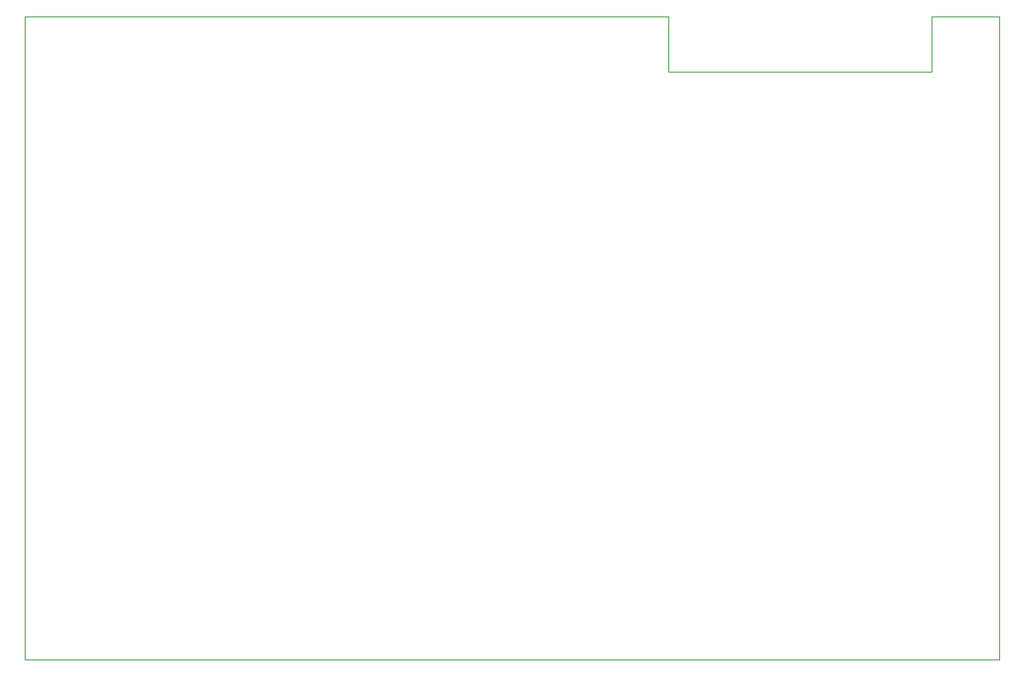
<source format=gbr>
%TF.GenerationSoftware,KiCad,Pcbnew,7.0.6*%
%TF.CreationDate,2023-08-03T00:29:09-04:00*%
%TF.ProjectId,esp32_rele_v1,65737033-325f-4726-956c-655f76312e6b,rev?*%
%TF.SameCoordinates,Original*%
%TF.FileFunction,Profile,NP*%
%FSLAX46Y46*%
G04 Gerber Fmt 4.6, Leading zero omitted, Abs format (unit mm)*
G04 Created by KiCad (PCBNEW 7.0.6) date 2023-08-03 00:29:09*
%MOMM*%
%LPD*%
G01*
G04 APERTURE LIST*
%TA.AperFunction,Profile*%
%ADD10C,0.100000*%
%TD*%
G04 APERTURE END LIST*
D10*
X100000000Y-66000000D02*
X100000000Y0D01*
X93050000Y-5630000D02*
X66010000Y-5630000D01*
X66010000Y-10000D02*
X0Y0D01*
X66010000Y-5630000D02*
X66010000Y-10000D01*
X0Y0D02*
X0Y-66000000D01*
X100000000Y0D02*
X93050000Y10000D01*
X0Y-66000000D02*
X100000000Y-66000000D01*
X93050000Y10000D02*
X93050000Y-5630000D01*
M02*

</source>
